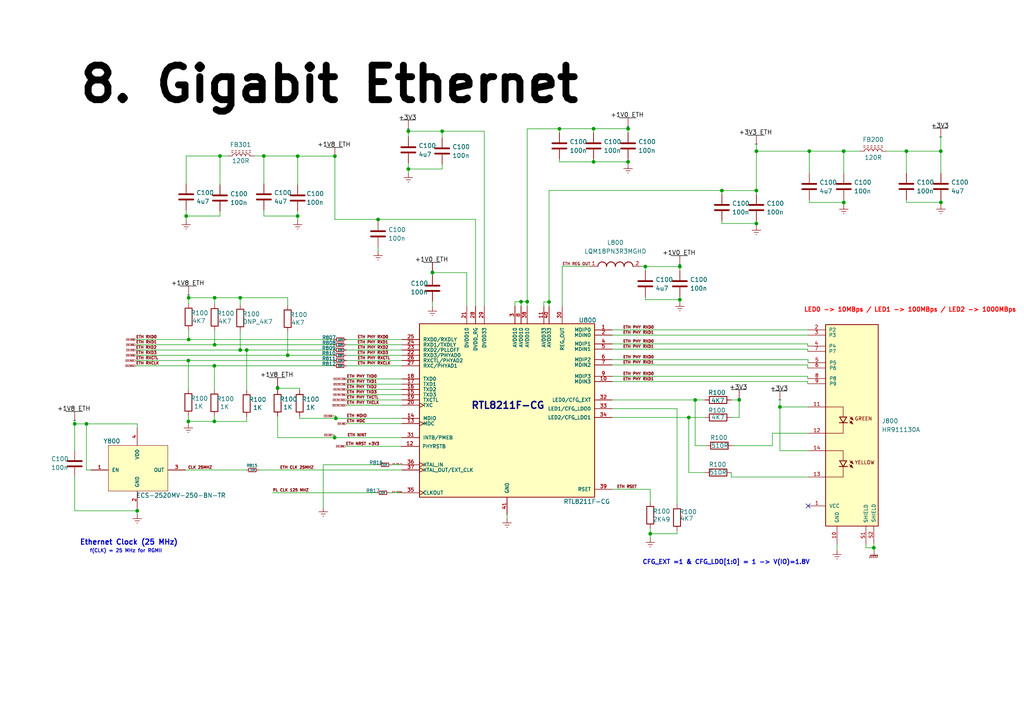
<source format=kicad_sch>
(kicad_sch (version 20230121) (generator eeschema)
  (paper "A4")
  (junction (at 219.3798 55.2704))
  (junction (at 97.0534 126.9238))
  (junction (at 234.7214 43.8404))
  (junction (at 244.7036 43.8404))
  (junction (at 272.8722 43.8404))
  (junction (at 62.2554 99.9998))
  (junction (at 219.3798 64.8208))
  (junction (at 54.6354 104.5718))
  (junction (at 86.3346 45.2882))
  (junction (at 159.258 87.5792))
  (junction (at 128.2446 38.0492))
  (junction (at 201.6252 116.0018))
  (junction (at 214.4014 116.0018))
  (junction (at 244.729 58.7248))
  (junction (at 182.1688 37.338))
  (junction (at 97.409 121.3358))
  (junction (at 86.3346 62.6618))
  (junction (at 69.6722 101.5238))
  (junction (at 226.2124 118.0338))
  (junction (at 151.13 87.503))
  (junction (at 125.4252 79.0702))
  (junction (at 182.1688 46.9392))
  (junction (at 188.595 154.813))
  (junction (at 187.1726 77.3176))
  (junction (at 209.3722 55.2704))
  (junction (at 54.7116 86.36))
  (junction (at 62.2554 86.36))
  (junction (at 69.6722 86.36))
  (junction (at 172.1612 37.338))
  (junction (at 118.4402 38.0492))
  (junction (at 54.6354 122.2248))
  (junction (at 162.2552 37.3634))
  (junction (at 118.4402 49.022))
  (junction (at 253.4412 158.877))
  (junction (at 83.439 103.0478))
  (junction (at 272.8976 58.6994))
  (junction (at 39.8018 148.1582))
  (junction (at 54.7116 98.4758))
  (junction (at 199.771 121.0818))
  (junction (at 109.6518 63.6524))
  (junction (at 219.3798 43.8404))
  (junction (at 62.1792 106.0958))
  (junction (at 62.1792 122.2248))
  (junction (at 262.89 43.8404))
  (junction (at 21.6662 122.936))
  (junction (at 97.1296 45.2882))
  (junction (at 80.518 112.5982))
  (junction (at 63.8048 45.2374))
  (junction (at 197.1802 77.3176))
  (junction (at 71.5518 101.5238))
  (junction (at 172.1612 46.9392))
  (junction (at 25.0698 122.936))
  (junction (at 54.0004 62.6618))
  (junction (at 197.1802 86.9188))
  (junction (at 152.908 87.503))
  (junction (at 76.5302 45.2374))
  (no_connect (at 234.3912 146.7358))
  (wire (pts (xy 212.09 116.0018) (xy 214.4014 116.0018)))
  (wire (pts (xy 177.546 105.8418) (xy 234.2642 105.8418)))
  (wire (pts (xy 21.6662 130.683) (xy 21.6662 122.936)))
  (wire (pts (xy 62.1792 120.65) (xy 62.1792 122.2248)))
  (wire (pts (xy 226.2124 115.9256) (xy 226.2124 118.0338)))
  (wire (pts (xy 219.3798 43.8404) (xy 234.7214 43.8404)))
  (wire (pts (xy 251.1552 158.877) (xy 251.1552 157.7848)))
  (wire (pts (xy 209.3722 55.245) (xy 209.3722 55.2704)))
  (wire (pts (xy 73.7362 45.2374) (xy 76.5302 45.2374)))
  (wire (pts (xy 172.1612 46.1264) (xy 172.1612 46.9392)))
  (wire (pts (xy 21.6662 138.303) (xy 21.6662 148.1582)))
  (wire (pts (xy 76.5302 45.2374) (xy 76.5302 53.2892)))
  (wire (pts (xy 234.7214 57.912) (xy 234.7214 58.7248)))
  (wire (pts (xy 219.3798 55.2704) (xy 219.3798 56.388)))
  (wire (pts (xy 244.729 43.815) (xy 244.7036 43.815)))
  (wire (pts (xy 244.729 43.815) (xy 244.729 50.292)))
  (wire (pts (xy 97.409 121.3358) (xy 116.586 121.3358)))
  (wire (pts (xy 54.0004 45.2374) (xy 54.0004 53.2892)))
  (wire (pts (xy 196.3674 146.304) (xy 196.3674 118.5418)))
  (wire (pts (xy 177.546 118.5418) (xy 196.3674 118.5418)))
  (wire (pts (xy 118.4402 47.2694) (xy 118.4402 49.022)))
  (wire (pts (xy 86.3346 62.6618) (xy 76.5302 62.6618)))
  (wire (pts (xy 177.546 104.3178) (xy 234.3658 104.3178)))
  (wire (pts (xy 197.1802 86.9188) (xy 197.1802 87.6046)))
  (wire (pts (xy 177.546 121.0818) (xy 199.771 121.0818)))
  (wire (pts (xy 177.546 101.2698) (xy 234.2642 101.2698)))
  (wire (pts (xy 116.586 126.9238) (xy 97.0534 126.9238)))
  (wire (pts (xy 62.2554 99.9998) (xy 96.8248 99.9998)))
  (wire (pts (xy 224.028 125.6538) (xy 234.3912 125.6538)))
  (wire (pts (xy 209.3722 64.008) (xy 209.3722 64.8208)))
  (wire (pts (xy 25.0698 122.936) (xy 25.0698 136.3218)))
  (wire (pts (xy 112.9284 142.9258) (xy 116.586 142.9258)))
  (wire (pts (xy 204.47 137.0584) (xy 199.771 137.0584)))
  (wire (pts (xy 159.3088 55.2704) (xy 159.3088 55.245)))
  (wire (pts (xy 100.5078 111.4298) (xy 116.586 111.4298)))
  (wire (pts (xy 100.457 112.9538) (xy 116.586 112.9538)))
  (wire (pts (xy 234.7214 58.7248) (xy 244.729 58.7248)))
  (wire (pts (xy 201.6252 129.2606) (xy 201.6252 116.0018)))
  (wire (pts (xy 97.1296 63.6524) (xy 109.6518 63.6524)))
  (wire (pts (xy 152.908 37.3634) (xy 162.2552 37.3634)))
  (wire (pts (xy 100.5078 109.9058) (xy 116.586 109.9058)))
  (wire (pts (xy 182.1688 46.9392) (xy 182.1688 47.625)))
  (wire (pts (xy 54.6354 122.2248) (xy 54.6354 122.8598)))
  (wire (pts (xy 140.462 38.0492) (xy 128.2446 38.0492)))
  (wire (pts (xy 201.6252 116.0018) (xy 204.47 116.0018)))
  (wire (pts (xy 63.8048 61.2394) (xy 63.8048 62.6618)))
  (wire (pts (xy 272.8722 39.7002) (xy 272.8722 43.8404)))
  (wire (pts (xy 71.5518 101.5238) (xy 71.5518 113.2332)))
  (wire (pts (xy 86.3346 62.6618) (xy 86.3346 63.881)))
  (wire (pts (xy 162.2552 37.3634) (xy 162.2552 37.338)))
  (wire (pts (xy 199.771 137.0584) (xy 199.771 121.0818)))
  (wire (pts (xy 96.6978 120.65) (xy 97.409 120.65)))
  (wire (pts (xy 219.3798 64.008) (xy 219.3798 64.8208)))
  (wire (pts (xy 188.595 145.6182) (xy 188.595 141.9098)))
  (wire (pts (xy 137.922 88.8238) (xy 137.922 63.627)))
  (wire (pts (xy 234.2642 105.8418) (xy 234.2642 106.7308)))
  (wire (pts (xy 109.8296 134.7978) (xy 93.7514 134.7978)))
  (wire (pts (xy 83.439 88.6206) (xy 83.439 86.36)))
  (wire (pts (xy 79.0448 142.9258) (xy 109.2454 142.9258)))
  (wire (pts (xy 96.647 126.1618) (xy 97.0534 126.1618)))
  (wire (pts (xy 62.1792 106.0958) (xy 96.7994 106.0958)))
  (wire (pts (xy 272.8722 43.8404) (xy 272.8722 49.149)))
  (wire (pts (xy 125.4252 79.0702) (xy 125.4252 79.8068)))
  (wire (pts (xy 83.439 86.36) (xy 69.6722 86.36)))
  (wire (pts (xy 262.89 43.8404) (xy 262.89 50.2666)))
  (wire (pts (xy 63.8048 62.6618) (xy 54.0004 62.6618)))
  (wire (pts (xy 86.9188 120.777) (xy 86.9188 121.3358)))
  (wire (pts (xy 100.457 114.4778) (xy 116.586 114.4778)))
  (wire (pts (xy 209.3722 55.2704) (xy 209.3722 56.388)))
  (wire (pts (xy 262.89 43.8404) (xy 272.8722 43.8404)))
  (wire (pts (xy 234.2642 106.7308) (xy 234.3912 106.7308)))
  (wire (pts (xy 219.3798 64.8208) (xy 219.3798 65.5066)))
  (wire (pts (xy 54.6354 104.5718) (xy 54.6354 112.903)))
  (wire (pts (xy 162.2552 37.338) (xy 172.1612 37.338)))
  (wire (pts (xy 100.5078 98.4758) (xy 116.586 98.4758)))
  (wire (pts (xy 100.457 103.0478) (xy 116.586 103.0478)))
  (wire (pts (xy 188.595 153.2382) (xy 188.595 154.813)))
  (wire (pts (xy 21.6662 122.936) (xy 25.0698 122.936)))
  (wire (pts (xy 234.3658 104.3178) (xy 234.3658 105.2068)))
  (wire (pts (xy 62.1792 106.0958) (xy 62.1792 113.03)))
  (wire (pts (xy 159.3088 55.245) (xy 209.3722 55.245)))
  (wire (pts (xy 71.374 136.3218) (xy 53.7718 136.3218)))
  (wire (pts (xy 113.5126 134.7978) (xy 116.586 134.7978)))
  (wire (pts (xy 86.3346 45.2882) (xy 97.1296 45.2882)))
  (wire (pts (xy 234.2642 111.3028) (xy 234.3912 111.3028)))
  (wire (pts (xy 197.1802 86.106) (xy 197.1802 86.9188)))
  (wire (pts (xy 234.2642 109.7788) (xy 234.3912 109.7788)))
  (wire (pts (xy 71.5518 122.2502) (xy 62.1792 122.2502)))
  (wire (pts (xy 54.6354 104.5718) (xy 96.7994 104.5718)))
  (wire (pts (xy 162.2552 46.9392) (xy 172.1612 46.9392)))
  (wire (pts (xy 75.057 136.3218) (xy 116.586 136.3218)))
  (wire (pts (xy 128.2446 49.022) (xy 118.4402 49.022)))
  (wire (pts (xy 272.8976 58.6994) (xy 272.8976 59.3852)))
  (wire (pts (xy 100.4824 122.8598) (xy 116.586 122.8598)))
  (wire (pts (xy 187.1726 86.106) (xy 187.1726 86.9188)))
  (wire (pts (xy 177.546 99.7458) (xy 234.2642 99.7458)))
  (wire (pts (xy 212.471 129.2606) (xy 224.028 129.2606)))
  (wire (pts (xy 224.028 129.2606) (xy 224.028 125.6538)))
  (wire (pts (xy 69.6722 86.36) (xy 69.6722 88.4174)))
  (wire (pts (xy 125.4252 78.6384) (xy 125.4252 79.0702)))
  (wire (pts (xy 253.5174 158.877) (xy 253.5174 159.766)))
  (wire (pts (xy 118.4402 38.0492) (xy 118.4402 39.6494)))
  (wire (pts (xy 63.8048 45.2374) (xy 54.0004 45.2374)))
  (wire (pts (xy 204.851 129.2606) (xy 201.6252 129.2606)))
  (wire (pts (xy 163.068 77.2414) (xy 170.8658 77.2414)))
  (wire (pts (xy 62.2554 95.8596) (xy 62.2554 99.9998)))
  (wire (pts (xy 159.258 55.2704) (xy 159.258 87.5792)))
  (wire (pts (xy 272.8722 49.149) (xy 272.8976 49.149)))
  (wire (pts (xy 54.7116 98.4758) (xy 96.8248 98.4758)))
  (wire (pts (xy 151.13 87.503) (xy 152.908 87.503)))
  (wire (pts (xy 177.546 97.2058) (xy 234.2642 97.2058)))
  (wire (pts (xy 86.9188 113.157) (xy 86.9188 112.5982)))
  (wire (pts (xy 244.7036 43.815) (xy 244.7036 43.8404)))
  (wire (pts (xy 39.3446 101.5238) (xy 69.6722 101.5238)))
  (wire (pts (xy 76.5302 45.2374) (xy 86.3346 45.2374)))
  (wire (pts (xy 62.1792 122.2248) (xy 54.6354 122.2248)))
  (wire (pts (xy 76.5302 60.9092) (xy 76.5302 62.6618)))
  (wire (pts (xy 272.8976 57.8866) (xy 272.8976 58.6994)))
  (wire (pts (xy 172.1612 37.338) (xy 172.1612 38.5064)))
  (wire (pts (xy 39.3954 99.9998) (xy 62.2554 99.9998)))
  (wire (pts (xy 80.518 112.5982) (xy 80.518 113.1316)))
  (wire (pts (xy 86.3346 61.2394) (xy 86.3346 62.6618)))
  (wire (pts (xy 26.3398 136.3218) (xy 25.0698 136.3218)))
  (wire (pts (xy 100.4824 104.5718) (xy 116.586 104.5718)))
  (wire (pts (xy 219.3798 43.8404) (xy 219.3798 55.2704)))
  (wire (pts (xy 162.2552 38.5064) (xy 162.2552 37.3634)))
  (wire (pts (xy 262.89 57.8866) (xy 262.89 58.6994)))
  (wire (pts (xy 187.1726 77.2414) (xy 187.1726 77.3176)))
  (wire (pts (xy 80.518 112.0648) (xy 80.518 112.5982)))
  (wire (pts (xy 118.4402 49.022) (xy 118.4402 50.2412)))
  (wire (pts (xy 234.2642 109.1438) (xy 234.2642 109.7788)))
  (wire (pts (xy 182.1688 46.1264) (xy 182.1688 46.9392)))
  (wire (pts (xy 39.37 106.0958) (xy 62.1792 106.0958)))
  (wire (pts (xy 177.546 109.1438) (xy 234.2642 109.1438)))
  (wire (pts (xy 172.1612 46.9392) (xy 182.1688 46.9392)))
  (wire (pts (xy 196.3674 154.813) (xy 188.595 154.813)))
  (wire (pts (xy 209.3722 64.8208) (xy 219.3798 64.8208)))
  (wire (pts (xy 86.9188 112.5982) (xy 80.518 112.5982)))
  (wire (pts (xy 109.6518 63.627) (xy 109.6518 63.6524)))
  (wire (pts (xy 62.1792 122.2502) (xy 62.1792 122.2248)))
  (wire (pts (xy 83.439 103.0478) (xy 96.774 103.0478)))
  (wire (pts (xy 212.09 121.0818) (xy 214.4014 121.0818)))
  (wire (pts (xy 162.2552 46.1264) (xy 162.2552 46.9392)))
  (wire (pts (xy 93.7514 134.7978) (xy 93.7514 147.1676)))
  (wire (pts (xy 39.3446 103.0478) (xy 83.439 103.0478)))
  (wire (pts (xy 182.1688 37.338) (xy 182.1688 38.5064)))
  (wire (pts (xy 177.546 116.0018) (xy 201.6252 116.0018)))
  (wire (pts (xy 62.2554 86.36) (xy 62.2554 88.2396)))
  (wire (pts (xy 262.89 58.6994) (xy 272.8976 58.6994)))
  (wire (pts (xy 71.5518 101.5238) (xy 96.774 101.5238)))
  (wire (pts (xy 125.4252 87.4268) (xy 125.4252 88.9762)))
  (wire (pts (xy 212.09 138.3538) (xy 234.3912 138.3538)))
  (wire (pts (xy 100.4824 106.0958) (xy 116.586 106.0958)))
  (wire (pts (xy 234.2642 99.7458) (xy 234.2642 100.3808)))
  (wire (pts (xy 234.2642 110.6678) (xy 234.2642 111.3028)))
  (wire (pts (xy 100.4824 116.0018) (xy 116.586 116.0018)))
  (wire (pts (xy 128.2446 38.0492) (xy 118.4402 38.0492)))
  (wire (pts (xy 54.7116 86.36) (xy 54.7116 88.1126)))
  (wire (pts (xy 135.382 79.0702) (xy 125.4252 79.0702)))
  (wire (pts (xy 219.3798 41.7576) (xy 219.3798 43.8404)))
  (wire (pts (xy 86.9188 121.3358) (xy 97.409 121.3358)))
  (wire (pts (xy 63.8048 45.2374) (xy 66.1162 45.2374)))
  (wire (pts (xy 69.6722 96.0374) (xy 69.6722 101.5238)))
  (wire (pts (xy 69.6722 86.36) (xy 62.2554 86.36)))
  (wire (pts (xy 25.0698 122.936) (xy 39.8018 122.936)))
  (wire (pts (xy 86.3346 45.2882) (xy 86.3346 53.6194)))
  (wire (pts (xy 54.0004 60.9092) (xy 54.0004 62.6618)))
  (wire (pts (xy 226.2124 118.0338) (xy 234.3912 118.0338)))
  (wire (pts (xy 100.457 101.5238) (xy 116.586 101.5238)))
  (wire (pts (xy 100.2284 129.4638) (xy 116.332 129.4638)))
  (wire (pts (xy 244.729 58.7248) (xy 244.729 59.4106)))
  (wire (pts (xy 140.462 88.8238) (xy 140.462 38.0492)))
  (wire (pts (xy 63.8048 45.2374) (xy 63.8048 53.6194)))
  (wire (pts (xy 188.595 154.813) (xy 188.595 156.0576)))
  (wire (pts (xy 149.352 87.503) (xy 151.13 87.503)))
  (wire (pts (xy 253.4412 157.6578) (xy 253.4412 158.877)))
  (wire (pts (xy 118.4402 37.338) (xy 118.4402 38.0492)))
  (wire (pts (xy 234.7214 43.8404) (xy 234.7214 50.292)))
  (wire (pts (xy 172.1612 37.338) (xy 182.1688 37.338)))
  (wire (pts (xy 214.4014 116.0018) (xy 214.4014 121.0818)))
  (wire (pts (xy 242.7732 157.7848) (xy 242.7732 159.5628)))
  (wire (pts (xy 163.068 88.8238) (xy 163.068 77.2414)))
  (wire (pts (xy 196.3674 153.924) (xy 196.3674 154.813)))
  (wire (pts (xy 234.3912 130.7338) (xy 226.2124 130.7338)))
  (wire (pts (xy 199.771 121.0818) (xy 204.47 121.0818)))
  (wire (pts (xy 159.258 87.5792) (xy 159.258 88.8238)))
  (wire (pts (xy 62.2554 86.36) (xy 54.7116 86.36)))
  (wire (pts (xy 177.546 141.9098) (xy 188.595 141.9098)))
  (wire (pts (xy 182.1688 36.703) (xy 182.1688 37.338)))
  (wire (pts (xy 71.5518 120.8532) (xy 71.5518 122.2502)))
  (wire (pts (xy 177.546 110.6678) (xy 234.2642 110.6678)))
  (wire (pts (xy 234.7214 43.8404) (xy 244.7036 43.8404)))
  (wire (pts (xy 257.048 43.8404) (xy 262.89 43.8404)))
  (wire (pts (xy 109.6518 71.628) (xy 109.6518 72.8472)))
  (wire (pts (xy 54.7116 95.7326) (xy 54.7116 98.4758)))
  (wire (pts (xy 244.7036 43.8404) (xy 249.428 43.8404)))
  (wire (pts (xy 83.439 96.2406) (xy 83.439 103.0478)))
  (wire (pts (xy 54.6354 120.523) (xy 54.6354 122.2248)))
  (wire (pts (xy 187.1726 77.3176) (xy 187.1726 78.486)))
  (wire (pts (xy 186.1058 77.2414) (xy 187.1726 77.2414)))
  (wire (pts (xy 151.13 87.503) (xy 151.13 88.8238)))
  (wire (pts (xy 21.6662 148.1582) (xy 39.8018 148.1582)))
  (wire (pts (xy 97.0534 126.1618) (xy 97.0534 126.9238)))
  (wire (pts (xy 197.1802 77.3176) (xy 197.1802 78.486)))
  (wire (pts (xy 209.3722 55.2704) (xy 219.3798 55.2704)))
  (wire (pts (xy 21.6662 122.936) (xy 21.6662 121.8946)))
  (wire (pts (xy 97.1296 45.2882) (xy 97.1296 63.6524)))
  (wire (pts (xy 226.2124 118.0338) (xy 226.2124 130.7338)))
  (wire (pts (xy 39.8018 148.1582) (xy 39.8018 149.1488)))
  (wire (pts (xy 177.546 95.6818) (xy 234.2642 95.6818)))
  (wire (pts (xy 197.1802 76.6826) (xy 197.1802 77.3176)))
  (wire (pts (xy 39.37 104.5718) (xy 54.6354 104.5718)))
  (wire (pts (xy 128.2446 47.5996) (xy 128.2446 49.022)))
  (wire (pts (xy 157.734 88.8238) (xy 157.734 87.5792)))
  (wire (pts (xy 234.2642 101.2698) (xy 234.2642 101.9048)))
  (wire (pts (xy 100.4824 117.5258) (xy 116.586 117.5258)))
  (wire (pts (xy 109.6518 63.6524) (xy 109.6518 64.008)))
  (wire (pts (xy 54.7116 85.4964) (xy 54.7116 86.36)))
  (wire (pts (xy 39.8018 147.4978) (xy 39.8018 148.1582)))
  (wire (pts (xy 80.518 120.7516) (xy 80.518 126.9238)))
  (wire (pts (xy 152.908 87.503) (xy 152.908 88.8238)))
  (wire (pts (xy 39.3954 98.4758) (xy 54.7116 98.4758)))
  (wire (pts (xy 97.409 120.65) (xy 97.409 121.3358)))
  (wire (pts (xy 86.3346 45.2882) (xy 86.3346 45.2374)))
  (wire (pts (xy 212.09 137.0584) (xy 212.09 138.3538)))
  (wire (pts (xy 251.1552 158.877) (xy 253.4412 158.877)))
  (wire (pts (xy 214.4014 115.5446) (xy 214.4014 116.0018)))
  (wire (pts (xy 234.3658 105.2068) (xy 234.3912 105.2068)))
  (wire (pts (xy 187.1726 86.9188) (xy 197.1802 86.9188)))
  (wire (pts (xy 253.4412 158.877) (xy 253.5174 158.877)))
  (wire (pts (xy 135.382 88.8238) (xy 135.382 79.0702)))
  (wire (pts (xy 39.8018 124.1298) (xy 39.8018 122.936)))
  (wire (pts (xy 128.2446 39.9796) (xy 128.2446 38.0492)))
  (wire (pts (xy 149.352 88.8238) (xy 149.352 87.503)))
  (wire (pts (xy 69.6722 101.5238) (xy 71.5518 101.5238)))
  (wire (pts (xy 100.5078 99.9998) (xy 116.586 99.9998)))
  (wire (pts (xy 157.734 87.5792) (xy 159.258 87.5792)))
  (wire (pts (xy 272.8976 49.149) (xy 272.8976 50.2666)))
  (wire (pts (xy 147.066 149.2758) (xy 147.066 150.3934)))
  (wire (pts (xy 137.922 63.627) (xy 109.6518 63.627)))
  (wire (pts (xy 244.729 57.912) (xy 244.729 58.7248)))
  (wire (pts (xy 187.1726 77.3176) (xy 197.1802 77.3176)))
  (wire (pts (xy 54.0004 62.6618) (xy 54.0004 63.881)))
  (wire (pts (xy 97.0534 126.9238) (xy 80.518 126.9238)))
  (wire (pts (xy 152.908 37.3634) (xy 152.908 87.503)))
  (wire (pts (xy 159.3088 55.2704) (xy 159.258 55.2704)))
  (text "8. Gigabit Ethernet" (at 22.352 30.48 0) (effects (font (size 10 10) (thickness 2) bold) (justify left bottom)))
  (text "CFG_EXT =1 & CFG_LDO[1:0] = 1 -> V(IO)=1.8V" (at 186.2836 163.9062 0) (effects (font (size 1.27 1.27) (thickness 0.254) bold) (justify left bottom)))
  (text "LED0 -> 10MBps / LED1 -> 100MBps / LED2 -> 1000MBps" (at 233.1466 90.7034 0) (effects (font (size 1.27 1.27) (thickness 0.254) bold) (justify left bottom)))
  (text "Ethernet Clock (25 MHz)" (at 23.0886 158.2928 0) (effects (font (size 1.5 1.5) (thickness 0.3) bold) (justify left bottom)))
  (text "f(CLK) = 25 MHz for RGMII" (at 25.9842 160.4772 0) (effects (font (size 1 1) (thickness 0.2) bold) (justify left bottom)))
  (label "ETH PHY RXD1" (at 180.6194 110.6678 0) (effects (font (size 0.8 0.8) (thickness 0.2) bold)))
  (label "ETH RXD2" (at 39.3446 101.5238 0) (effects (font (size 0.8 0.8) (thickness 0.2) bold)))
  (label "ETH PHY RXD1" (at 180.6194 101.2698 0) (effects (font (size 0.8 0.8) (thickness 0.2) bold)))
  (label "ETH RXCLK" (at 39.37 106.0958 0) (effects (font (size 0.8 0.8) (thickness 0.2) bold)))
  (label "ETH PHY RXD1" (at 103.5812 99.9998 0) (effects (font (size 0.8 0.8) (thickness 0.2) bold)))
  (label "ETH MDIO" (at 100.4824 121.3358 0) (effects (font (size 0.8 0.8) (thickness 0.2) bold)))
  (label "PL CLK 125 MHZ" (at 79.0448 142.9258 0) (effects (font (size 0.8 0.8) (thickness 0.2) bold)))
  (label "CLK 25MHZ" (at 54.4576 136.3218 0) (effects (font (size 0.8 0.8) (thickness 0.2) bold)))
  (label "ETH PHY RXD0" (at 180.6448 95.6818 0) (effects (font (size 0.8 0.8) (thickness 0.2) bold)))
  (label "ETH PHY RXD0" (at 103.6066 98.4758 0) (effects (font (size 0.8 0.8) (thickness 0.2) bold)))
  (label "ETH PHY TXD1" (at 100.5078 111.4298 0) (effects (font (size 0.8 0.8) (thickness 0.2) bold)))
  (label "ETH PHY TXD2" (at 100.457 112.9538 0) (effects (font (size 0.8 0.8) (thickness 0.2) bold)))
  (label "ETH PHY RXD2" (at 103.6066 101.5238 0) (effects (font (size 0.8 0.8) (thickness 0.2) bold)))
  (label "ETH NRST +3V3" (at 100.2284 129.4638 0) (effects (font (size 0.8 0.8) (thickness 0.2) bold)))
  (label "ETH CLK 25MHZ" (at 81.1276 136.3218 0) (effects (font (size 0.8 0.8) (thickness 0.2) bold)))
  (label "ETH RXD3" (at 39.3446 103.0478 0) (effects (font (size 0.8 0.8) (thickness 0.2) bold)))
  (label "ETH RXD0" (at 39.3954 98.4758 0) (effects (font (size 0.8 0.8) (thickness 0.2) bold)))
  (label "ETH PHY RXD1" (at 180.6194 97.2058 0) (effects (font (size 0.8 0.8) (thickness 0.2) bold)))
  (label "ETH PHY RXCTL" (at 103.632 104.5718 0) (effects (font (size 0.8 0.8) (thickness 0.2) bold)))
  (label "ETH PHY RXCLK" (at 103.6066 106.0958 0) (effects (font (size 0.8 0.8) (thickness 0.2) bold)))
  (label "ETH RXCTL" (at 39.37 104.5718 0) (effects (font (size 0.8 0.8) (thickness 0.2) bold)))
  (label "ETH PHY RXD0" (at 180.6448 109.1438 0) (effects (font (size 0.8 0.8) (thickness 0.2) bold)))
  (label "ETH RSET" (at 178.8668 141.9098 0) (effects (font (size 0.8 0.8) (thickness 0.2) bold)))
  (label "ETH PHY RXD3" (at 103.5812 103.0478 0) (effects (font (size 0.8 0.8) (thickness 0.2) bold)))
  (label "ETH PHY RXD0" (at 180.6448 104.3178 0) (effects (font (size 0.8 0.8) (thickness 0.2) bold)))
  (label "ETH PHY RXD1" (at 180.6194 105.8418 0) (effects (font (size 0.8 0.8) (thickness 0.2) bold)))
  (label "ETH XTAL IN" (at 113.7412 134.7978 0) (effects (font (size 0.3 0.3) (thickness 0.2) bold)))
  (label "ETH PHY TXCLK" (at 100.4824 117.5258 0) (effects (font (size 0.8 0.8) (thickness 0.2) bold)))
  (label "ETH MDC" (at 100.4824 122.8598 0) (effects (font (size 0.8 0.8) (thickness 0.2) bold)))
  (label "ETH PHY RXD0" (at 180.6448 99.7458 0) (effects (font (size 0.8 0.8) (thickness 0.2) bold)))
  (label "ETH RXD1" (at 39.3954 99.9998 0) (effects (font (size 0.8 0.8) (thickness 0.2) bold)))
  (label "ETH XTALOUT" (at 113.6904 142.9258 0) (effects (font (size 0.3 0.3) (thickness 0.2) bold)))
  (label "ETH NINT" (at 100.6856 126.9238 0) (effects (font (size 0.8 0.8) (thickness 0.2) bold)))
  (label "ETH PHY TXD3" (at 100.457 114.4778 0) (effects (font (size 0.8 0.8) (thickness 0.2) bold)))
  (label "ETH PHY TXCTL" (at 100.4824 116.0018 0) (effects (font (size 0.8 0.8) (thickness 0.2) bold)))
  (label "ETH REG OUT" (at 163.068 77.2414 0) (effects (font (size 0.8 0.8) bold)))
  (label "ETH PHY TXD0" (at 100.5078 109.9058 0) (effects (font (size 0.8 0.8) (thickness 0.2) bold)))
  (global_label "ETH MDC" (shape input) (at 100.4824 122.8598 180) (effects (font (size 0.3 0.3))) (property "Intersheetrefs" "${INTERSHEET_REFS}" (effects hide)))
  (global_label "ETH RXD3" (shape input) (at 39.37 103.0478 180) (effects (font (size 0.3 0.3))) (property "Intersheetrefs" "${INTERSHEET_REFS}" (effects hide)))
  (global_label "ETH PHY TXCTL" (shape input) (at 100.5332 116.0018 180) (effects (font (size 0.3 0.3))) (property "Intersheetrefs" "${INTERSHEET_REFS}" (effects hide)))
  (global_label "ETH PHY TXD1" (shape input) (at 100.5586 111.4298 180) (effects (font (size 0.3 0.3))) (property "Intersheetrefs" "${INTERSHEET_REFS}" (effects hide)))
  (global_label "ETH NINT" (shape input) (at 96.647 126.1618 180) (effects (font (size 0.3 0.3))) (property "Intersheetrefs" "${INTERSHEET_REFS}" (effects hide)))
  (global_label "ETH RXD0" (shape input) (at 39.3954 98.4758 180) (effects (font (size 0.3 0.3))) (property "Intersheetrefs" "${INTERSHEET_REFS}" (effects hide)))
  (global_label "ETH PHY TXD3" (shape input) (at 100.4824 114.4778 180) (effects (font (size 0.3 0.3))) (property "Intersheetrefs" "${INTERSHEET_REFS}" (effects hide)))
  (global_label "ETH RXD1" (shape input) (at 39.3954 99.9998 180) (effects (font (size 0.3 0.3))) (property "Intersheetrefs" "${INTERSHEET_REFS}" (effects hide)))
  (global_label "ETH PHY TXD2" (shape input) (at 100.5078 112.9538 180) (effects (font (size 0.3 0.3))) (property "Intersheetrefs" "${INTERSHEET_REFS}" (effects hide)))
  (global_label "ETH PHY TXCLK" (shape input) (at 100.5078 117.5258 180) (effects (font (size 0.3 0.3))) (property "Intersheetrefs" "${INTERSHEET_REFS}" (effects hide)))
  (global_label "ETH RXCLK" (shape input) (at 39.4208 106.0958 180) (effects (font (size 0.3 0.3))) (property "Intersheetrefs" "${INTERSHEET_REFS}" (effects hide)))
  (global_label "ETH PHY TXD0" (shape input) (at 100.5332 109.9058 180) (effects (font (size 0.3 0.3))) (property "Intersheetrefs" "${INTERSHEET_REFS}" (effects hide)))
  (global_label "ETH RXCTL" (shape input) (at 39.3954 104.5718 180) (effects (font (size 0.3 0.3))) (property "Intersheetrefs" "${INTERSHEET_REFS}" (effects hide)))
  (global_label "ETH MDIO" (shape input) (at 96.6978 120.65 180) (effects (font (size 0.3 0.3))) (property "Intersheetrefs" "${INTERSHEET_REFS}" (effects hide)))
  (global_label "ETH RXD2" (shape input) (at 39.3954 101.5238 180) (effects (font (size 0.3 0.3))) (property "Intersheetrefs" "${INTERSHEET_REFS}" (effects hide)))
  (global_label "ETH NRST" (shape input) (at 100.2284 129.4638 180) (effects (font (size 0.3 0.3))) (property "Intersheetrefs" "${INTERSHEET_REFS}" (effects hide)))
  (symbol (lib_id "Device:C") (at 244.729 54.102 0) (unit 1)
    (property "Reference" "C100" (at 247.6754 52.9082 0) (effects (justify left)))
    (property "Value" "100n" (at 247.6754 55.4482 0) (effects (justify left)))
    (property "Footprint" "Capacitor_SMD:C_0402_1005Metric" (effects hide))
    (instances (project "MA_Inventtronics" (path "" (reference "C100") (unit 1)) (path "" (reference "C303") (unit 1)) (path "" (reference "C817") (unit 1))))
  )
  (symbol (lib_id "Device:C") (at 21.6662 134.493 0) (unit 1)
    (property "Reference" "C100" (at 14.8082 133.096 0) (effects (justify left)))
    (property "Value" "100n" (at 14.8082 135.636 0) (effects (justify left)))
    (property "Footprint" "Capacitor_SMD:C_0402_1005Metric" (effects hide))
    (instances (project "MA_Inventtronics" (path "" (reference "C100") (unit 1)) (path "" (reference "C303") (unit 1)) (path "" (reference "C811") (unit 1))))
  )
  (symbol (lib_id "power:GNDREF") (at 219.3798 65.5066 0) (unit 1)
    (property "Reference" "#PWR0343" (effects hide))
    (property "Value" "GNDREF" (effects hide))
    (instances (project "MA_Inventtronics" (path "" (reference "#PWR0343") (unit 1)) (path "" (reference "#PWR0824") (unit 1))))
  )
  (symbol (lib_id "Device:C") (at 63.8048 57.4294 0) (unit 1)
    (property "Reference" "C100" (at 66.7512 56.2356 0) (effects (justify left)))
    (property "Value" "100n" (at 66.7512 58.7756 0) (effects (justify left)))
    (property "Footprint" "Capacitor_SMD:C_0402_1005Metric" (effects hide))
    (instances (project "MA_Inventtronics" (path "" (reference "C100") (unit 1)) (path "" (reference "C303") (unit 1)) (path "" (reference "C813") (unit 1))))
  )
  (symbol (lib_id "HR911130A:HR911130A") (at 247.0912 122.0978 0) (unit 1)
    (property "Reference" "J800" (at 255.7272 122.0978 0) (effects (justify left)))
    (property "Value" "HR911130A" (at 255.7272 124.6378 0) (effects (justify left)))
    (property "Footprint" "HR911130A:HANRUN_HR911130A" (effects hide))
    (property "MF" "hanrun" (effects hide))
    (property "MAXIMUM_PACKAGE_HEIGHT" "13.75 mm" (effects hide))
    (property "Package" "None" (effects hide))
    (property "Price" "None" (effects hide))
    (property "Check_prices" "https://www.snapeda.com/parts/HR911130A/HanRun/view-part/?ref=eda" (effects hide))
    (property "STANDARD" "Manufacturer Recommendations" (effects hide))
    (property "PARTREV" "A" (effects hide))
    (property "SnapEDA_Link" "https://www.snapeda.com/parts/HR911130A/HanRun/view-part/?ref=snap" (effects hide))
    (property "MP" "HR911130A" (effects hide))
    (property "Description" "\n" (effects hide))
    (property "Availability" "Not in stock" (effects hide))
    (property "MANUFACTURER" "HanRun" (effects hide))
  )
  (symbol (lib_id "Device:R") (at 62.1792 116.84 180) (unit 1)
    (property "Reference" "R100" (at 65.3542 115.697 0))
    (property "Value" "1K" (at 65.151 117.983 0))
    (property "Footprint" "Resistor_SMD:R_0402_1005Metric" (effects hide))
    (instances (project "MA_Inventtronics" (path "" (reference "R100") (unit 1)) (path "" (reference "R322") (unit 1)) (path "" (reference "R806") (unit 1))))
  )
  (symbol (lib_id "Device:R") (at 196.3674 150.114 0) (unit 1)
    (property "Reference" "R100" (at 199.5678 148.463 0))
    (property "Value" "4K7" (at 199.1614 150.3934 0))
    (property "Footprint" "Resistor_SMD:R_0402_1005Metric" (effects hide))
    (instances (project "MA_Inventtronics" (path "" (reference "R100") (unit 1)) (path "" (reference "R322") (unit 1)) (path "" (reference "R819") (unit 1))))
  )
  (symbol (lib_id "Device:C") (at 187.1726 82.296 0) (unit 1)
    (property "Reference" "C100" (at 190.119 81.1022 0) (effects (justify left)))
    (property "Value" "4u7" (at 190.119 83.6422 0) (effects (justify left)))
    (property "Footprint" "Capacitor_SMD:C_0402_1005Metric" (effects hide))
    (instances (project "MA_Inventtronics" (path "" (reference "C100") (unit 1)) (path "" (reference "C303") (unit 1)) (path "" (reference "C809") (unit 1))))
  )
  (symbol (lib_id "power:GNDREF") (at 147.066 150.3934 0) (unit 1)
    (property "Reference" "#PWR0343" (effects hide))
    (property "Value" "GNDREF" (effects hide))
    (instances (project "MA_Inventtronics" (path "" (reference "#PWR0343") (unit 1)) (path "" (reference "#PWR0344") (unit 1))))
  )
  (symbol (lib_id "Device:C") (at 272.8976 54.0766 0) (unit 1)
    (property "Reference" "C100" (at 275.844 52.8828 0) (effects (justify left)))
    (property "Value" "4u7" (at 275.844 55.4228 0) (effects (justify left)))
    (property "Footprint" "Capacitor_SMD:C_0402_1005Metric" (effects hide))
    (instances (project "MA_Inventtronics" (path "" (reference "C100") (unit 1)) (path "" (reference "C303") (unit 1)) (path "" (reference "C819") (unit 1))))
  )
  (symbol (lib_id "Device:C") (at 162.2552 42.3164 0) (unit 1)
    (property "Reference" "C100" (at 165.2016 41.1226 0) (effects (justify left)))
    (property "Value" "100n" (at 165.2016 43.6626 0) (effects (justify left)))
    (property "Footprint" "Capacitor_SMD:C_0402_1005Metric" (effects hide))
    (instances (project "MA_Inventtronics" (path "" (reference "C100") (unit 1)) (path "" (reference "C303") (unit 1)) (path "" (reference "C804") (unit 1))))
  )
  (symbol (lib_id "LQM18PN3R3MGHD:LQM18PN3R3MGHD") (at 178.4858 77.2414 0) (unit 1)
    (property "Reference" "L800" (at 178.4858 70.358 0))
    (property "Value" "LQM18PN3R3MGHD" (at 178.4858 72.898 0))
    (property "Footprint" "LQM18PN3R3MGHD:INDC1608X100N" (effects hide))
  )
  (symbol (lib_id "RESISTOR_SMALL22:R_Small") (at 73.152 136.3218 90) (unit 1)
    (property "Reference" "R815" (at 73.1012 135.0264 90) (effects (font (size 0.8 0.8))))
    (property "Value" "22R" (at 73.279 136.3472 90) (effects (font (size 0.5 0.5))))
    (property "Footprint" "Resistor_SMD:R_0201_0603Metric" (effects hide))
  )
  (symbol (lib_id "power:GNDREF") (at 197.1802 87.6046 0) (unit 1)
    (property "Reference" "#PWR0343" (effects hide))
    (property "Value" "GNDREF" (effects hide))
    (instances (project "MA_Inventtronics" (path "" (reference "#PWR0343") (unit 1)) (path "" (reference "#PWR0822") (unit 1))))
  )
  (symbol (lib_id "Device:C") (at 109.6518 67.818 0) (unit 1)
    (property "Reference" "C100" (at 112.5982 66.6242 0) (effects (justify left)))
    (property "Value" "100n" (at 112.5982 69.1642 0) (effects (justify left)))
    (property "Footprint" "Capacitor_SMD:C_0402_1005Metric" (effects hide))
    (instances (project "MA_Inventtronics" (path "" (reference "C100") (unit 1)) (path "" (reference "C303") (unit 1)) (path "" (reference "C802") (unit 1))))
  )
  (symbol (lib_id "RESISTOR_SMALL22:R_Small") (at 111.7346 134.7978 270) (mirror x) (unit 1)
    (property "Reference" "R816" (at 109.093 134.1628 90) (effects (font (size 1 1))))
    (property "Value" "22R" (at 111.6076 134.8232 90) (effects (font (size 0.5 0.5))))
    (property "Footprint" "Resistor_SMD:R_0201_0603Metric" (effects hide))
  )
  (symbol (lib_id "RESISTOR_SMALL22:R_Small") (at 98.5774 104.5718 90) (unit 1)
    (property "Reference" "R811" (at 95.4024 103.9876 90) (effects (font (size 1 1))))
    (property "Value" "22R" (at 98.7044 104.5972 90) (effects (font (size 0.5 0.5))))
    (property "Footprint" "Resistor_SMD:R_0201_0603Metric" (effects hide))
  )
  (symbol (lib_id "power:GNDREF") (at 86.3346 63.881 0) (unit 1)
    (property "Reference" "#PWR0343" (effects hide))
    (property "Value" "GNDREF" (effects hide))
    (instances (project "MA_Inventtronics" (path "" (reference "#PWR0343") (unit 1)) (path "" (reference "#PWR0815") (unit 1))))
  )
  (symbol (lib_id "Device:C") (at 54.0004 57.0992 0) (unit 1)
    (property "Reference" "C100" (at 56.9468 55.9054 0) (effects (justify left)))
    (property "Value" "4u7" (at 56.9468 58.4454 0) (effects (justify left)))
    (property "Footprint" "Capacitor_SMD:C_0402_1005Metric" (effects hide))
    (instances (project "MA_Inventtronics" (path "" (reference "C100") (unit 1)) (path "" (reference "C303") (unit 1)) (path "" (reference "C812") (unit 1))))
  )
  (symbol (lib_id "Power_Library:+3V3") (at 214.4014 115.5446 0) (unit 1)
    (property "Reference" "#PWR339" (effects hide))
    (property "Value" "~" (at 214.4014 115.5446 0))
    (instances (project "MA_Inventtronics" (path "" (reference "#PWR339") (unit 1)) (path "" (reference "#PWR814") (unit 1))))
  )
  (symbol (lib_id "Device:C") (at 197.1802 82.296 0) (unit 1)
    (property "Reference" "C100" (at 200.1266 81.1022 0) (effects (justify left)))
    (property "Value" "100n" (at 200.1266 83.6422 0) (effects (justify left)))
    (property "Footprint" "Capacitor_SMD:C_0402_1005Metric" (effects hide))
    (instances (project "MA_Inventtronics" (path "" (reference "C100") (unit 1)) (path "" (reference "C303") (unit 1)) (path "" (reference "C810") (unit 1))))
  )
  (symbol (lib_id "power:GNDPWR") (at 253.5174 159.766 0) (unit 1)
    (property "Reference" "#PWR0816" (effects hide))
    (property "Value" "GNDPWR" (effects hide))
  )
  (symbol (lib_id "Device:C") (at 86.3346 57.4294 0) (unit 1)
    (property "Reference" "C100" (at 88.8746 56.1848 0) (effects (justify left)))
    (property "Value" "100n" (at 88.8746 58.7248 0) (effects (justify left)))
    (property "Footprint" "Capacitor_SMD:C_0402_1005Metric" (effects hide))
    (instances (project "MA_Inventtronics" (path "" (reference "C100") (unit 1)) (path "" (reference "C303") (unit 1)) (path "" (reference "C815") (unit 1))))
  )
  (symbol (lib_id "Device:R") (at 69.6722 92.2274 180) (unit 1)
    (property "Reference" "R100" (at 72.8472 91.0844 0))
    (property "Value" "DNP_4K7" (at 74.7522 93.3196 0))
    (property "Footprint" "Resistor_SMD:R_0402_1005Metric" (effects hide))
    (instances (project "MA_Inventtronics" (path "" (reference "R100") (unit 1)) (path "" (reference "R322") (unit 1)) (path "" (reference "R802") (unit 1))))
  )
  (symbol (lib_id "Device:C") (at 219.3798 60.198 0) (unit 1)
    (property "Reference" "C100" (at 222.3262 59.0042 0) (effects (justify left)))
    (property "Value" "100n" (at 222.3262 61.5442 0) (effects (justify left)))
    (property "Footprint" "Capacitor_SMD:C_0402_1005Metric" (effects hide))
    (instances (project "MA_Inventtronics" (path "" (reference "C100") (unit 1)) (path "" (reference "C303") (unit 1)) (path "" (reference "C808") (unit 1))))
  )
  (symbol (lib_id "Device:L_Ferrite") (at 69.9262 45.2374 90) (unit 1)
    (property "Reference" "FB301" (at 69.7738 41.9608 90))
    (property "Value" "120R" (at 69.8246 46.6598 90))
    (property "Footprint" "Inductor_SMD:L_0402_1005Metric" (effects hide))
    (instances (project "MA_Inventtronics" (path "" (reference "FB301") (unit 1)) (path "" (reference "FB800") (unit 1))))
  )
  (symbol (lib_id "power:GNDREF") (at 93.7514 147.1676 0) (unit 1)
    (property "Reference" "#PWR0343" (effects hide))
    (property "Value" "GNDREF" (effects hide))
    (instances (project "MA_Inventtronics" (path "" (reference "#PWR0343") (unit 1)) (path "" (reference "#PWR0811") (unit 1))))
  )
  (symbol (lib_id "power:GNDREF") (at 188.595 156.0576 0) (unit 1)
    (property "Reference" "#PWR0343" (effects hide))
    (property "Value" "GNDREF" (effects hide))
    (instances (project "MA_Inventtronics" (path "" (reference "#PWR0343") (unit 1)) (path "" (reference "#PWR0812") (unit 1))))
  )
  (symbol (lib_id "Device:C") (at 118.4402 43.4594 0) (unit 1)
    (property "Reference" "C100" (at 121.3866 42.2656 0) (effects (justify left)))
    (property "Value" "4u7" (at 121.3866 44.8056 0) (effects (justify left)))
    (property "Footprint" "Capacitor_SMD:C_0402_1005Metric" (effects hide))
    (instances (project "MA_Inventtronics" (path "" (reference "C100") (unit 1)) (path "" (reference "C303") (unit 1)) (path "" (reference "C800") (unit 1))))
  )
  (symbol (lib_id "Device:R") (at 188.595 149.4282 180) (unit 1)
    (property "Reference" "R100" (at 191.8716 148.3106 0))
    (property "Value" "2K49" (at 191.8716 150.6474 0))
    (property "Footprint" "Resistor_SMD:R_0402_1005Metric" (effects hide))
    (instances (project "MA_Inventtronics" (path "" (reference "R100") (unit 1)) (path "" (reference "R322") (unit 1)) (path "" (reference "R821") (unit 1))))
  )
  (symbol (lib_id "RESISTOR_SMALL22:R_Small") (at 98.552 101.5238 90) (unit 1)
    (property "Reference" "R809" (at 95.377 100.9396 90) (effects (font (size 1 1))))
    (property "Value" "22R" (at 98.679 101.5492 90) (effects (font (size 0.5 0.5))))
    (property "Footprint" "Resistor_SMD:R_0402_1005Metric" (effects hide))
  )
  (symbol (lib_id "Device:R") (at 54.6354 116.713 180) (unit 1)
    (property "Reference" "R100" (at 57.8104 115.57 0))
    (property "Value" "1K" (at 57.6072 117.856 0))
    (property "Footprint" "Resistor_SMD:R_0402_1005Metric" (effects hide))
    (instances (project "MA_Inventtronics" (path "" (reference "R100") (unit 1)) (path "" (reference "R322") (unit 1)) (path "" (reference "R805") (unit 1))))
  )
  (symbol (lib_id "Device:R") (at 62.2554 92.0496 180) (unit 1)
    (property "Reference" "R100" (at 65.4304 90.9066 0))
    (property "Value" "4K7" (at 65.2272 93.1926 0))
    (property "Footprint" "Resistor_SMD:R_0402_1005Metric" (effects hide))
    (instances (project "MA_Inventtronics" (path "" (reference "R100") (unit 1)) (path "" (reference "R322") (unit 1)) (path "" (reference "R801") (unit 1))))
  )
  (symbol (lib_id "Device:C") (at 76.5302 57.0992 0) (unit 1)
    (property "Reference" "C100" (at 79.4766 55.9054 0) (effects (justify left)))
    (property "Value" "4u7" (at 79.4766 58.4454 0) (effects (justify left)))
    (property "Footprint" "Capacitor_SMD:C_0402_1005Metric" (effects hide))
    (instances (project "MA_Inventtronics" (path "" (reference "C100") (unit 1)) (path "" (reference "C303") (unit 1)) (path "" (reference "C814") (unit 1))))
  )
  (symbol (lib_id "power:GNDREF") (at 272.8976 59.3852 0) (unit 1)
    (property "Reference" "#PWR0343" (effects hide))
    (property "Value" "GNDREF" (effects hide))
    (instances (project "MA_Inventtronics" (path "" (reference "#PWR0343") (unit 1)) (path "" (reference "#PWR0826") (unit 1))))
  )
  (symbol (lib_id "Power_Library:+3V3") (at 118.4402 37.338 0) (unit 1)
    (property "Reference" "#PWR334" (effects hide))
    (property "Value" "~" (at 118.4402 37.338 0))
    (instances (project "MA_Inventtronics" (path "" (reference "#PWR334") (unit 1)) (path "" (reference "#PWR800") (unit 1))))
  )
  (symbol (lib_id "RESISTOR_SMALL22:R_Small") (at 98.6028 99.9998 90) (unit 1)
    (property "Reference" "R808" (at 95.4278 99.4156 90) (effects (font (size 1 1))))
    (property "Value" "22R" (at 98.7298 100.0252 90) (effects (font (size 0.5 0.5))))
    (property "Footprint" "Resistor_SMD:R_0402_1005Metric" (effects hide))
  )
  (symbol (lib_id "Device:C") (at 262.89 54.0766 0) (unit 1)
    (property "Reference" "C100" (at 265.8364 52.8828 0) (effects (justify left)))
    (property "Value" "100n" (at 265.8364 55.4228 0) (effects (justify left)))
    (property "Footprint" "Capacitor_SMD:C_0402_1005Metric" (effects hide))
    (instances (project "MA_Inventtronics" (path "" (reference "C100") (unit 1)) (path "" (reference "C303") (unit 1)) (path "" (reference "C818") (unit 1))))
  )
  (symbol (lib_id "Device:R") (at 208.28 137.0584 270) (unit 1)
    (property "Reference" "R100" (at 208.1276 134.7216 90))
    (property "Value" "510R" (at 208.2546 137.0076 90))
    (property "Footprint" "Resistor_SMD:R_0201_0603Metric" (effects hide))
    (instances (project "MA_Inventtronics" (path "" (reference "R100") (unit 1)) (path "" (reference "R322") (unit 1)) (path "" (reference "R823") (unit 1))))
  )
  (symbol (lib_id "Power_Library:+3V3") (at 226.2124 115.9256 0) (unit 1)
    (property "Reference" "#PWR339" (effects hide))
    (property "Value" "~" (at 226.2124 115.9256 0))
    (instances (project "MA_Inventtronics" (path "" (reference "#PWR339") (unit 1)) (path "" (reference "#PWR813") (unit 1))))
  )
  (symbol (lib_id "Device:C") (at 234.7214 54.102 0) (unit 1)
    (property "Reference" "C100" (at 237.6678 52.9082 0) (effects (justify left)))
    (property "Value" "4u7" (at 237.6678 55.4482 0) (effects (justify left)))
    (property "Footprint" "Capacitor_SMD:C_0402_1005Metric" (effects hide))
    (instances (project "MA_Inventtronics" (path "" (reference "C100") (unit 1)) (path "" (reference "C303") (unit 1)) (path "" (reference "C816") (unit 1))))
  )
  (symbol (lib_id "Device:L_Ferrite") (at 253.238 43.8404 90) (unit 1)
    (property "Reference" "FB200" (at 253.2634 40.4876 90))
    (property "Value" "120R" (at 253.2634 45.6946 90))
    (property "Footprint" "Inductor_SMD:L_0402_1005Metric" (effects hide))
    (instances (project "MA_Inventtronics" (path "" (reference "FB200") (unit 1)) (path "" (reference "FB801") (unit 1))))
  )
  (symbol (lib_id "power:GNDREF") (at 244.729 59.4106 0) (unit 1)
    (property "Reference" "#PWR0343" (effects hide))
    (property "Value" "GNDREF" (effects hide))
    (instances (project "MA_Inventtronics" (path "" (reference "#PWR0343") (unit 1)) (path "" (reference "#PWR0823") (unit 1))))
  )
  (symbol (lib_id "Device:C") (at 182.1688 42.3164 0) (unit 1)
    (property "Reference" "C100" (at 185.1152 41.1226 0) (effects (justify left)))
    (property "Value" "100n" (at 185.1152 43.6626 0) (effects (justify left)))
    (property "Footprint" "Capacitor_SMD:C_0402_1005Metric" (effects hide))
    (instances (project "MA_Inventtronics" (path "" (reference "C100") (unit 1)) (path "" (reference "C303") (unit 1)) (path "" (reference "C806") (unit 1))))
  )
  (symbol (lib_id "power:GNDREF") (at 125.4252 88.9762 0) (unit 1)
    (property "Reference" "#PWR0343" (effects hide))
    (property "Value" "GNDREF" (effects hide))
    (instances (project "MA_Inventtronics" (path "" (reference "#PWR0343") (unit 1)) (path "" (reference "#PWR0804") (unit 1))))
  )
  (symbol (lib_id "Power_Library:+1V8_ETH") (at 97.1296 45.2882 0) (unit 1)
    (property "Reference" "#PWR819" (effects hide))
    (property "Value" "~" (at 97.1296 45.2882 0))
  )
  (symbol (lib_id "Device:R") (at 54.7116 91.9226 180) (unit 1)
    (property "Reference" "R100" (at 57.8866 90.7796 0))
    (property "Value" "4K7" (at 57.6834 93.0656 0))
    (property "Footprint" "Resistor_SMD:R_0402_1005Metric" (effects hide))
    (instances (project "MA_Inventtronics" (path "" (reference "R100") (unit 1)) (path "" (reference "R322") (unit 1)) (path "" (reference "R800") (unit 1))))
  )
  (symbol (lib_id "Device:R") (at 208.661 129.2606 270) (unit 1)
    (property "Reference" "R100" (at 208.5086 126.9238 90))
    (property "Value" "510R" (at 208.788 129.2352 90))
    (property "Footprint" "Resistor_SMD:R_0402_1005Metric" (effects hide))
    (instances (project "MA_Inventtronics" (path "" (reference "R100") (unit 1)) (path "" (reference "R322") (unit 1)) (path "" (reference "R822") (unit 1))))
  )
  (symbol (lib_id "Power_Library:+3V3") (at 272.8722 39.7002 0) (unit 1)
    (property "Reference" "#PWR334" (effects hide))
    (property "Value" "~" (at 272.8722 39.7002 0))
    (instances (project "MA_Inventtronics" (path "" (reference "#PWR334") (unit 1)) (path "" (reference "#PWR827") (unit 1))))
  )
  (symbol (lib_id "Device:R") (at 86.9188 116.967 180) (unit 1)
    (property "Reference" "R100" (at 90.0938 115.824 0))
    (property "Value" "1K" (at 90.0938 118.1608 0))
    (property "Footprint" "Resistor_SMD:R_0402_1005Metric" (effects hide))
    (instances (project "MA_Inventtronics" (path "" (reference "R100") (unit 1)) (path "" (reference "R322") (unit 1)) (path "" (reference "R814") (unit 1))))
  )
  (symbol (lib_id "Device:C") (at 128.2446 43.7896 0) (unit 1)
    (property "Reference" "C100" (at 131.191 42.5958 0) (effects (justify left)))
    (property "Value" "100n" (at 131.191 45.1358 0) (effects (justify left)))
    (property "Footprint" "Capacitor_SMD:C_0402_1005Metric" (effects hide))
    (instances (project "MA_Inventtronics" (path "" (reference "C100") (unit 1)) (path "" (reference "C303") (unit 1)) (path "" (reference "C801") (unit 1))))
  )
  (symbol (lib_id "RESISTOR_SMALL22:R_Small") (at 98.552 103.0478 90) (unit 1)
    (property "Reference" "R810" (at 95.377 102.4636 90) (effects (font (size 1 1))))
    (property "Value" "22R" (at 98.679 103.0732 90) (effects (font (size 0.5 0.5))))
    (property "Footprint" "Resistor_SMD:R_0402_1005Metric" (effects hide))
  )
  (symbol (lib_id "Device:R") (at 208.28 116.0018 270) (unit 1)
    (property "Reference" "R100" (at 207.9498 113.8682 90))
    (property "Value" "4K7" (at 208.2038 116.1796 90))
    (property "Footprint" "Resistor_SMD:R_0402_1005Metric" (effects hide))
    (instances (project "MA_Inventtronics" (path "" (reference "R100") (unit 1)) (path "" (reference "R322") (unit 1)) (path "" (reference "R818") (unit 1))))
  )
  (symbol (lib_id "power:GNDREF") (at 54.6354 122.8598 0) (unit 1)
    (property "Reference" "#PWR0343" (effects hide))
    (property "Value" "GNDREF" (effects hide))
    (instances (project "MA_Inventtronics" (path "" (reference "#PWR0343") (unit 1)) (path "" (reference "#PWR0807") (unit 1))))
  )
  (symbol (lib_id "power:GNDREF") (at 118.4402 50.2412 0) (unit 1)
    (property "Reference" "#PWR0343" (effects hide))
    (property "Value" "GNDREF" (effects hide))
    (instances (project "MA_Inventtronics" (path "" (reference "#PWR0343") (unit 1)) (path "" (reference "#PWR0802") (unit 1))))
  )
  (symbol (lib_id "Device:C") (at 209.3722 60.198 0) (unit 1)
    (property "Reference" "C100" (at 212.3186 59.0042 0) (effects (justify left)))
    (property "Value" "100n" (at 212.3186 61.5442 0) (effects (justify left)))
    (property "Footprint" "Capacitor_SMD:C_0402_1005Metric" (effects hide))
    (instances (project "MA_Inventtronics" (path "" (reference "C100") (unit 1)) (path "" (reference "C303") (unit 1)) (path "" (reference "C807") (unit 1))))
  )
  (symbol (lib_id "Power_Library:+3V3_ETH") (at 219.3798 41.7576 0) (unit 1)
    (property "Reference" "#PWR825" (effects hide))
    (property "Value" "~" (at 219.3798 41.7576 0))
  )
  (symbol (lib_id "Device:R") (at 80.518 116.9416 180) (unit 1)
    (property "Reference" "R100" (at 83.693 115.7986 0))
    (property "Value" "1K" (at 83.4898 118.0846 0))
    (property "Footprint" "Resistor_SMD:R_0402_1005Metric" (effects hide))
    (instances (project "MA_Inventtronics" (path "" (reference "R100") (unit 1)) (path "" (reference "R322") (unit 1)) (path "" (reference "R813") (unit 1))))
  )
  (symbol (lib_id "RESISTOR_SMALL22:R_Small") (at 111.1504 142.9258 270) (mirror x) (unit 1)
    (property "Reference" "R817" (at 108.1532 142.3416 90) (effects (font (size 1 1))))
    (property "Value" "22R" (at 111.0234 142.9512 90) (effects (font (size 0.5 0.5))))
    (property "Footprint" "Resistor_SMD:R_0201_0603Metric" (effects hide))
  )
  (symbol (lib_id "ECS-2520MV-250-BN-TR:ECS-2520MV-250-BN-TR") (at 39.8018 136.3218 0) (unit 1)
    (property "Reference" "Y800" (at 32.4358 127.9398 0))
    (property "Value" "ECS-2520MV-250-BN-TR" (at 52.5018 143.6878 0))
    (property "Footprint" "ECS-2520MV-250-BN-TR:OSC_ECS-2520S25-250-FN-TR" (effects hide))
    (property "MF" "ECS Inc." (effects hide))
    (property "Description" "\n25 MHz XO (Standard) HCMOS Oscillator 1.6V ~ 3.6V Enable/Disable 4-SMD, No Lead\n" (effects hide))
    (property "Package" "SMD-4 ECS Inc." (effects hide))
    (property "Price" "None" (effects hide))
    (property "SnapEDA_Link" "https://www.snapeda.com/parts/ECS-2520MV-250-BN-TR/ECS+Inc./view-part/?ref=snap" (effects hide))
    (property "MP" "ECS-2520MV-250-BN-TR" (effects hide))
    (property "Purchase-URL" "https://www.snapeda.com/api/url_track_click_mouser/?unipart_id=5048709&manufacturer=ECS Inc.&part_name=ECS-2520MV-250-BN-TR&search_term=None" (effects hide))
    (property "Availability" "In Stock" (effects hide))
    (property "Check_prices" "https://www.snapeda.com/parts/ECS-2520MV-250-BN-TR/ECS+Inc./view-part/?ref=eda" (effects hide))
    (instances (project "MA_Inventtronics" (path "" (reference "Y800") (unit 1)) (path "" (reference "Y1") (unit 1))))
  )
  (symbol (lib_id "Power_Library:+1V0_ETH") (at 125.4252 78.6384 0) (unit 1)
    (property "Reference" "#PWR803" (effects hide))
    (property "Value" "~" (at 125.4252 78.6384 0))
  )
  (symbol (lib_id "power:GNDREF") (at 109.6518 72.8472 0) (unit 1)
    (property "Reference" "#PWR0343" (effects hide))
    (property "Value" "GNDREF" (effects hide))
    (instances (project "MA_Inventtronics" (path "" (reference "#PWR0343") (unit 1)) (path "" (reference "#PWR0805") (unit 1))))
  )
  (symbol (lib_id "power:GNDREF") (at 54.0004 63.881 0) (unit 1)
    (property "Reference" "#PWR0343" (effects hide))
    (property "Value" "GNDREF" (effects hide))
    (instances (project "MA_Inventtronics" (path "" (reference "#PWR0343") (unit 1)) (path "" (reference "#PWR0818") (unit 1))))
  )
  (symbol (lib_id "Power_Library:+1V8_ETH") (at 21.6662 121.8946 0) (unit 1)
    (property "Reference" "#PWR809" (effects hide))
    (property "Value" "~" (at 21.6662 121.8946 0))
  )
  (symbol (lib_id "RTL8211F-CG:RTL8211F-CG") (at 147.066 123.6218 0) (unit 1)
    (property "Reference" "U800" (at 170.434 92.8878 0))
    (property "Value" "RTL8211F-CG" (at 170.18 145.4658 0))
    (property "Footprint" "RTL8211F-CG:QFN40P500X500X90-41N" (effects hide))
    (property "MF" "Realtek Semiconductor Corp" (effects hide))
    (property "MAXIMUM_PACKAGE_HEIGHT" "0.9mm" (effects hide))
    (property "Package" "None" (effects hide))
    (property "Price" "None" (effects hide))
    (property "Check_prices" "https://www.snapeda.com/parts/RTL8211F-CG/Realtek/view-part/?ref=eda" (effects hide))
    (property "STANDARD" "IPC 7351B" (effects hide))
    (property "PARTREV" "1.4" (effects hide))
    (property "SnapEDA_Link" "https://www.snapeda.com/parts/RTL8211F-CG/Realtek/view-part/?ref=snap" (effects hide))
    (property "MP" "RTL8211F-CG" (effects hide))
    (property "Description" "\nGbE PHY with RGMIII interface & EEE feature (Switch Regulator), QFN40\n" (effects hide))
    (property "MANUFACTURER" "Realtek" (effects hide))
    (property "Availability" "Not in stock" (effects hide))
    (property "SNAPEDA_PN" "RTL8211F-CG" (effects hide))
  )
  (symbol (lib_id "RESISTOR_SMALL22:R_Small") (at 98.6028 98.4758 90) (unit 1)
    (property "Reference" "R807" (at 95.4278 97.8916 90) (effects (font (size 1 1))))
    (property "Value" "22R" (at 98.7298 98.5012 90) (effects (font (size 0.5 0.5))))
    (property "Footprint" "Resistor_SMD:R_0201_0603Metric" (effects hide))
  )
  (symbol (lib_id "Device:R") (at 71.5518 117.0432 180) (unit 1)
    (property "Reference" "R100" (at 74.7268 115.9002 0))
    (property "Value" "1K" (at 74.7268 118.237 0))
    (property "Footprint" "Resistor_SMD:R_0402_1005Metric" (effects hide))
    (instances (project "MA_Inventtronics" (path "" (reference "R100") (unit 1)) (path "" (reference "R322") (unit 1)) (path "" (reference "R803") (unit 1))))
  )
  (symbol (lib_id "Device:C") (at 125.4252 83.6168 0) (unit 1)
    (property "Reference" "C100" (at 119.0752 82.1944 0) (effects (justify left)))
    (property "Value" "100n" (at 119.0752 84.7344 0) (effects (justify left)))
    (property "Footprint" "Capacitor_SMD:C_0402_1005Metric" (effects hide))
    (instances (project "MA_Inventtronics" (path "" (reference "C100") (unit 1)) (path "" (reference "C303") (unit 1)) (path "" (reference "C803") (unit 1))))
  )
  (symbol (lib_id "Power_Library:+1V8_ETH") (at 80.518 112.0648 0) (unit 1)
    (property "Reference" "#PWR808" (effects hide))
    (property "Value" "~" (at 80.518 112.0648 0))
  )
  (symbol (lib_id "power:GNDREF") (at 182.1688 47.625 0) (unit 1)
    (property "Reference" "#PWR0343" (effects hide))
    (property "Value" "GNDREF" (effects hide))
    (instances (project "MA_Inventtronics" (path "" (reference "#PWR0343") (unit 1)) (path "" (reference "#PWR0801") (unit 1))))
  )
  (symbol (lib_id "power:GNDREF") (at 242.7732 159.5628 0) (unit 1)
    (property "Reference" "#PWR0343" (effects hide))
    (property "Value" "GNDREF" (effects hide))
    (instances (project "MA_Inventtronics" (path "" (reference "#PWR0343") (unit 1)) (path "" (reference "#PWR0817") (unit 1))))
  )
  (symbol (lib_id "power:GNDREF") (at 39.8018 149.1488 0) (unit 1)
    (property "Reference" "#PWR0343" (effects hide))
    (property "Value" "GNDREF" (effects hide))
    (instances (project "MA_Inventtronics" (path "" (reference "#PWR0343") (unit 1)) (path "" (reference "#PWR0810") (unit 1))))
  )
  (symbol (lib_id "RESISTOR_SMALL22:R_Small") (at 98.5774 106.0958 90) (unit 1)
    (property "Reference" "R812" (at 95.4024 105.5116 90) (effects (font (size 1 1))))
    (property "Value" "22R" (at 98.7044 106.1212 90) (effects (font (size 0.5 0.5))))
    (property "Footprint" "Resistor_SMD:R_0201_0603Metric" (effects hide))
  )
  (symbol (lib_id "Device:R") (at 83.439 92.4306 180) (unit 1)
    (property "Reference" "R100" (at 86.614 91.2876 0))
    (property "Value" "4K7" (at 86.4108 93.5736 0))
    (property "Footprint" "Resistor_SMD:R_0402_1005Metric" (effects hide))
    (instances (project "MA_Inventtronics" (path "" (reference "R100") (unit 1)) (path "" (reference "R322") (unit 1)) (path "" (reference "R804") (unit 1))))
  )
  (symbol (lib_id "Power_Library:+1V8_ETH") (at 54.7116 85.4964 0) (unit 1)
    (property "Reference" "#PWR806" (effects hide))
    (property "Value" "~" (at 54.7116 85.4964 0))
  )
  (symbol (lib_id "Power_Library:+1V0_ETH") (at 197.1802 76.6826 0) (unit 1)
    (property "Reference" "#PWR821" (effects hide))
    (property "Value" "~" (at 197.1802 76.6826 0))
  )
  (symbol (lib_id "Device:R") (at 208.28 121.0818 270) (unit 1)
    (property "Reference" "R100" (at 207.9244 119.0244 90))
    (property "Value" "4K7" (at 208.2546 121.0564 90))
    (property "Footprint" "Resistor_SMD:R_0402_1005Metric" (effects hide))
    (instances (project "MA_Inventtronics" (path "" (reference "R100") (unit 1)) (path "" (reference "R322") (unit 1)) (path "" (reference "R820") (unit 1))))
  )
  (symbol (lib_id "Power_Library:+1V0_ETH") (at 182.1688 36.703 0) (unit 1)
    (property "Reference" "#PWR820" (effects hide))
    (property "Value" "~" (at 182.1688 36.703 0))
  )
  (symbol (lib_id "Device:C") (at 172.1612 42.3164 0) (unit 1)
    (property "Reference" "C100" (at 175.1076 41.1226 0) (effects (justify left)))
    (property "Value" "100n" (at 175.1076 43.6626 0) (effects (justify left)))
    (property "Footprint" "Capacitor_SMD:C_0402_1005Metric" (effects hide))
    (instances (project "MA_Inventtronics" (path "" (reference "C100") (unit 1)) (path "" (reference "C303") (unit 1)) (path "" (reference "C805") (unit 1))))
  )
)
</source>
